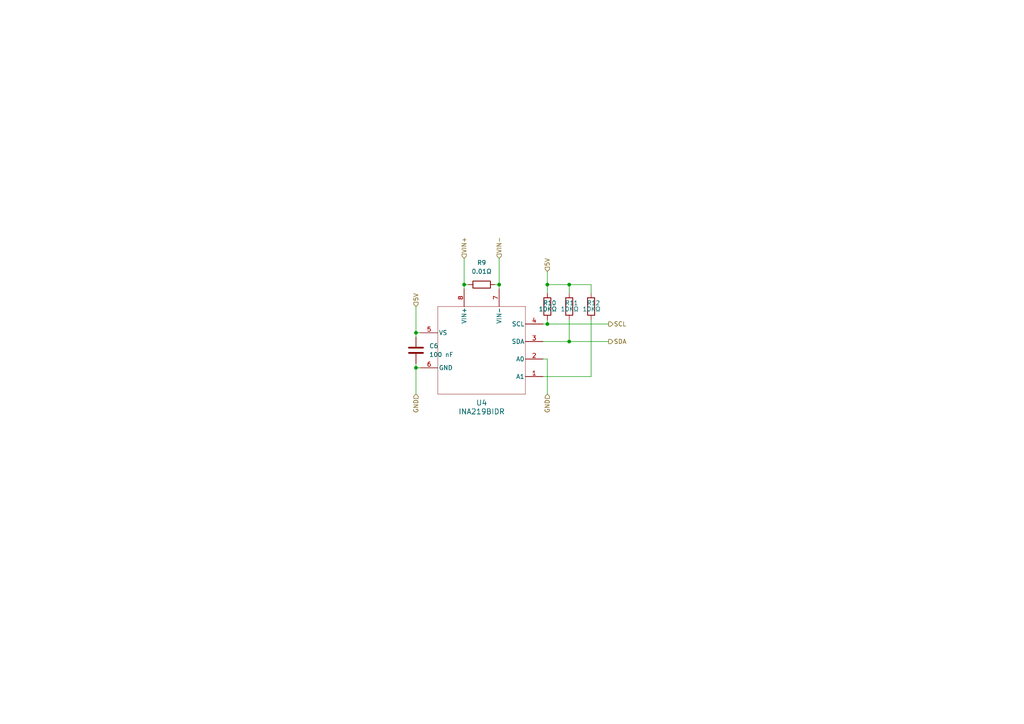
<source format=kicad_sch>
(kicad_sch (version 20231120) (generator "eeschema") (generator_version "8.0")
  (paper "A4")
  (lib_symbols
    (symbol "2025-02-09_22-12-25:INA219BIDR" (pin_names (offset 0.254))
      (property "Reference" "U" (at 0 2.54 0))
      (property "Value" "INA219BIDR" (at 0 0 0))
      (symbol "INA219BIDR_0_1"
        (polyline (pts (xy -12.7 -12.7) (xy 12.7 -12.7)) (stroke (width 0.1016)))
        (polyline (pts (xy -12.7 12.7) (xy -12.7 -12.7)) (stroke (width 0.1016)))
        (polyline (pts (xy 12.7 -12.7) (xy 12.7 12.7)) (stroke (width 0.1016)))
        (polyline (pts (xy 12.7 12.7) (xy -12.7 12.7)) (stroke (width 0.1016)))
        (pin input line (at 17.78 -7.62 180) (length 5.08) (name "A1") (number "1"))
        (pin input line (at 17.78 -2.54 180) (length 5.08) (name "A0") (number "2"))
        (pin input line (at 17.78 7.62 180) (length 5.08) (name "SCL") (number "4"))
        (pin power_in line (at -17.78 5.08 0) (length 5.08) (name "VS") (number "5"))
        (pin power_in line (at -17.78 -5.08 0) (length 5.08) (name "GND") (number "6"))
        (pin power_in line (at 5.08 17.78 270) (length 5.08) (name "VIN-") (number "7"))
        (pin power_in line (at -5.08 17.78 270) (length 5.08) (name "VIN+") (number "8"))
      )
      (symbol "INA219BIDR_1_1"
        (pin bidirectional line (at 17.78 2.54 180) (length 5.08) (name "SDA") (number "3"))
      )
    )
    (symbol "Device:C" (pin_numbers hide) (pin_names (offset 0.254))
      (property "Reference" "C" (at 0.635 2.54 0))
      (property "Value" "C" (at 0.635 -2.54 0))
      (symbol "C_0_1"
        (polyline (pts (xy -2.032 -0.762) (xy 2.032 -0.762)) (stroke (width 0.508)))
        (polyline (pts (xy -2.032 0.762) (xy 2.032 0.762)) (stroke (width 0.508)))
      )
      (symbol "C_1_1"
        (pin passive line (at 0 3.81 270) (length 2.794) (name "~") (number "1"))
        (pin passive line (at 0 -3.81 90) (length 2.794) (name "~") (number "2"))
      )
    )
    (symbol "Device:R" (pin_numbers hide) (pin_names (offset 0))
      (property "Reference" "R" (at 2.032 0 90))
      (property "Value" "R" (at 0 0 90))
      (symbol "R_0_1"
        (rectangle (start -1.016 -2.54) (end 1.016 2.54) (stroke (width 0.254)))
      )
      (symbol "R_1_1"
        (pin passive line (at 0 3.81 270) (length 1.27) (name "~") (number "1"))
        (pin passive line (at 0 -3.81 90) (length 1.27) (name "~") (number "2"))
      )
    )
  )
  (junction (at 165.1 99.06))
  (junction (at 134.62 82.55))
  (junction (at 120.65 106.68))
  (junction (at 158.75 93.98))
  (junction (at 144.78 82.55))
  (junction (at 120.65 96.52))
  (junction (at 158.75 82.55))
  (junction (at 165.1 82.55))
  (wire (pts (xy 171.45 109.22) (xy 157.48 109.22)))
  (wire (pts (xy 135.89 82.55) (xy 134.62 82.55)))
  (wire (pts (xy 165.1 82.55) (xy 165.1 85.09)))
  (wire (pts (xy 158.75 93.98) (xy 176.53 93.98)))
  (wire (pts (xy 144.78 74.93) (xy 144.78 82.55)))
  (wire (pts (xy 120.65 88.9) (xy 120.65 96.52)))
  (wire (pts (xy 120.65 96.52) (xy 120.65 97.79)))
  (wire (pts (xy 157.48 104.14) (xy 158.75 104.14)))
  (wire (pts (xy 171.45 82.55) (xy 171.45 85.09)))
  (wire (pts (xy 144.78 82.55) (xy 144.78 83.82)))
  (wire (pts (xy 171.45 92.71) (xy 171.45 109.22)))
  (wire (pts (xy 120.65 106.68) (xy 120.65 114.3)))
  (wire (pts (xy 120.65 105.41) (xy 120.65 106.68)))
  (wire (pts (xy 134.62 82.55) (xy 134.62 83.82)))
  (wire (pts (xy 158.75 82.55) (xy 165.1 82.55)))
  (wire (pts (xy 158.75 104.14) (xy 158.75 114.3)))
  (wire (pts (xy 134.62 74.93) (xy 134.62 82.55)))
  (wire (pts (xy 165.1 82.55) (xy 171.45 82.55)))
  (wire (pts (xy 143.51 82.55) (xy 144.78 82.55)))
  (wire (pts (xy 121.92 96.52) (xy 120.65 96.52)))
  (wire (pts (xy 157.48 99.06) (xy 165.1 99.06)))
  (wire (pts (xy 121.92 106.68) (xy 120.65 106.68)))
  (wire (pts (xy 158.75 78.74) (xy 158.75 82.55)))
  (wire (pts (xy 158.75 93.98) (xy 158.75 92.71)))
  (wire (pts (xy 157.48 93.98) (xy 158.75 93.98)))
  (wire (pts (xy 165.1 99.06) (xy 176.53 99.06)))
  (wire (pts (xy 158.75 85.09) (xy 158.75 82.55)))
  (wire (pts (xy 165.1 99.06) (xy 165.1 92.71)))
  (hierarchical_label "5V" (shape input) (at 120.65 88.9 90))
  (hierarchical_label "SDA" (shape output) (at 176.53 99.06 0))
  (hierarchical_label "GND" (shape input) (at 158.75 114.3 270))
  (hierarchical_label "VIN+" (shape input) (at 134.62 74.93 90))
  (hierarchical_label "GND" (shape input) (at 120.65 114.3 270))
  (hierarchical_label "5V" (shape input) (at 158.75 78.74 90))
  (hierarchical_label "SCL" (shape output) (at 176.53 93.98 0))
  (hierarchical_label "VIN-" (shape input) (at 144.78 74.93 90))
  (symbol (lib_id "Device:R") (at 171.45 88.9 0) (unit 1)
    (property "Reference" "R12" (at 170.18 87.884 0) (effects (justify left)))
    (property "Value" "10KΩ" (at 168.91 89.662 0) (effects (justify left)))
    (property "Footprint" "PGA460TW:R_0603_1608Metric" (effects (hide yes)))
    (property "Description" "Resistor" (effects (hide yes)))
  )
  (symbol (lib_id "Device:R") (at 165.1 88.9 0) (unit 1)
    (property "Reference" "R11" (at 163.83 87.884 0) (effects (justify left)))
    (property "Value" "10KΩ" (at 162.56 89.662 0) (effects (justify left)))
    (property "Footprint" "PGA460TW:R_0603_1608Metric" (effects (hide yes)))
    (property "Description" "Resistor" (effects (hide yes)))
  )
  (symbol (lib_id "Device:C") (at 120.65 101.6 0) (unit 1)
    (property "Reference" "C6" (at 124.46 100.3299 0) (effects (justify left)))
    (property "Value" "100 nF" (at 124.46 102.8699 0) (effects (justify left)))
    (property "Footprint" "PGA460TW:C_0603_1608Metric" (effects (hide yes)))
    (property "Description" "Unpolarized capacitor" (effects (hide yes)))
  )
  (symbol (lib_id "Device:R") (at 158.75 88.9 0) (unit 1)
    (property "Reference" "R10" (at 157.48 87.884 0) (effects (justify left)))
    (property "Value" "10KΩ" (at 156.21 89.662 0) (effects (justify left)))
    (property "Footprint" "PGA460TW:R_0603_1608Metric" (effects (hide yes)))
    (property "Description" "Resistor" (effects (hide yes)))
  )
  (symbol (lib_id "Device:R") (at 139.7 82.55 90) (unit 1)
    (property "Reference" "R9" (at 139.7 76.2 90))
    (property "Value" "0.01Ω" (at 139.7 78.74 90))
    (property "Footprint" "Resistor_SMD:R_2512_6332Metric" (effects (hide yes)))
    (property "Description" "Resistor" (effects (hide yes)))
  )
  (symbol (lib_id "2025-02-09_22-12-25:INA219BIDR") (at 139.7 101.6 0) (unit 1)
    (property "Reference" "U4" (at 139.7 116.84 0) (effects (font (size 1.524 1.524))))
    (property "Value" "INA219BIDR" (at 139.7 119.38 0) (effects (font (size 1.524 1.524))))
    (property "Footprint" "Library:INA219" (effects (hide yes)))
    (property "Datasheet" "INA219BIDR" (effects (hide yes)))
  )
)
</source>
